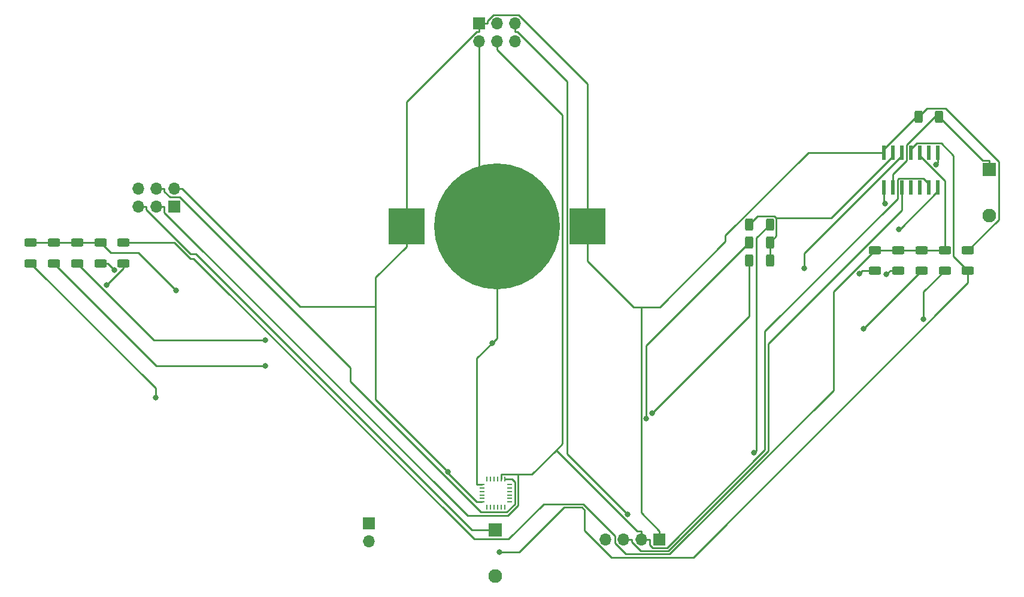
<source format=gbr>
%TF.GenerationSoftware,KiCad,Pcbnew,7.99.0-1211-g2ac3f4cc9e*%
%TF.CreationDate,Date%
%TF.ProjectId,adidas,61646964-6173-42e6-9b69-6361645f7063,v0.3*%
%TF.SameCoordinates,Original*%
%TF.FileFunction,Copper,L2,Bot*%
%TF.FilePolarity,Positive*%
%FSLAX46Y46*%
G04 Gerber Fmt 4.6, Leading zero omitted, Abs format (unit mm)*
G04 Created by KiCad*
%MOMM*%
%LPD*%
G01*
G04 APERTURE LIST*
G04 Aperture macros list*
%AMRoundRect*
0 Rectangle with rounded corners*
0 $1 Rounding radius*
0 $2 $3 $4 $5 $6 $7 $8 $9 X,Y pos of 4 corners*
0 Add a 4 corners polygon primitive as box body*
4,1,4,$2,$3,$4,$5,$6,$7,$8,$9,$2,$3,0*
0 Add four circle primitives for the rounded corners*
1,1,$1+$1,$2,$3*
1,1,$1+$1,$4,$5*
1,1,$1+$1,$6,$7*
1,1,$1+$1,$8,$9*
0 Add four rect primitives between the rounded corners*
20,1,$1+$1,$2,$3,$4,$5,0*
20,1,$1+$1,$4,$5,$6,$7,0*
20,1,$1+$1,$6,$7,$8,$9,0*
20,1,$1+$1,$8,$9,$2,$3,0*%
G04 Aperture macros list end*
%TA.AperFunction,SMDPad,CuDef*%
%ADD10RoundRect,0.250000X-0.625000X0.312500X-0.625000X-0.312500X0.625000X-0.312500X0.625000X0.312500X0*%
%TD*%
%TA.AperFunction,SMDPad,CuDef*%
%ADD11RoundRect,0.250000X-0.312500X-0.625000X0.312500X-0.625000X0.312500X0.625000X-0.312500X0.625000X0*%
%TD*%
%TA.AperFunction,ComponentPad*%
%ADD12R,1.700000X1.700000*%
%TD*%
%TA.AperFunction,ComponentPad*%
%ADD13O,1.700000X1.700000*%
%TD*%
%TA.AperFunction,SMDPad,CuDef*%
%ADD14RoundRect,0.250000X0.312500X0.625000X-0.312500X0.625000X-0.312500X-0.625000X0.312500X-0.625000X0*%
%TD*%
%TA.AperFunction,ComponentPad*%
%ADD15R,1.950000X1.950000*%
%TD*%
%TA.AperFunction,ComponentPad*%
%ADD16C,1.950000*%
%TD*%
%TA.AperFunction,SMDPad,CuDef*%
%ADD17RoundRect,0.041300X-0.253700X0.943700X-0.253700X-0.943700X0.253700X-0.943700X0.253700X0.943700X0*%
%TD*%
%TA.AperFunction,SMDPad,CuDef*%
%ADD18R,5.100000X5.100000*%
%TD*%
%TA.AperFunction,SMDPad,CuDef*%
%ADD19C,17.800000*%
%TD*%
%TA.AperFunction,SMDPad,CuDef*%
%ADD20R,0.790000X0.260000*%
%TD*%
%TA.AperFunction,SMDPad,CuDef*%
%ADD21R,0.260000X0.790000*%
%TD*%
%TA.AperFunction,ViaPad*%
%ADD22C,0.800000*%
%TD*%
%TA.AperFunction,Conductor*%
%ADD23C,0.250000*%
%TD*%
G04 APERTURE END LIST*
D10*
%TO.P,R5,1*%
%TO.N,/3(LED Mid Row)*%
X102350000Y-93980000D03*
%TO.P,R5,2*%
%TO.N,Net-(D5-Pad2)*%
X102350000Y-96905000D03*
%TD*%
%TO.P,R4,1*%
%TO.N,/3(LED Mid Row)*%
X99060000Y-93980000D03*
%TO.P,R4,2*%
%TO.N,Net-(D4-Pad2)*%
X99060000Y-96905000D03*
%TD*%
%TO.P,R9,1*%
%TO.N,/5(LED Top Row)*%
X218440000Y-95057500D03*
%TO.P,R9,2*%
%TO.N,Net-(D9-Pad2)*%
X218440000Y-97982500D03*
%TD*%
%TO.P,R12,1*%
%TO.N,/5(LED Top Row)*%
X228310000Y-95057500D03*
%TO.P,R12,2*%
%TO.N,Net-(D12-Pad2)*%
X228310000Y-97982500D03*
%TD*%
%TO.P,R13,1*%
%TO.N,VDD*%
X231600000Y-95057500D03*
%TO.P,R13,2*%
%TO.N,/4(RST)*%
X231600000Y-97982500D03*
%TD*%
D11*
%TO.P,R3,1*%
%TO.N,/2(LED Bottom Row)*%
X200660000Y-91440000D03*
%TO.P,R3,2*%
%TO.N,Net-(D3-Pad2)*%
X203585000Y-91440000D03*
%TD*%
D10*
%TO.P,R10,1*%
%TO.N,/5(LED Top Row)*%
X221730000Y-95057500D03*
%TO.P,R10,2*%
%TO.N,Net-(D10-Pad2)*%
X221730000Y-97982500D03*
%TD*%
D12*
%TO.P,J2,1,Pin_1*%
%TO.N,VDD*%
X162483800Y-63017400D03*
D13*
%TO.P,J2,2,Pin_2*%
%TO.N,GND*%
X162483800Y-65557400D03*
%TO.P,J2,3,Pin_3*%
%TO.N,/7(SDA)*%
X165023800Y-63017400D03*
%TO.P,J2,4,Pin_4*%
%TO.N,/9(SCK)*%
X165023800Y-65557400D03*
%TO.P,J2,5,Pin_5*%
%TO.N,/12(SAO2)*%
X167563800Y-63017400D03*
%TO.P,J2,6,Pin_6*%
%TO.N,/13(SAO1)*%
X167563800Y-65557400D03*
%TD*%
D10*
%TO.P,R8,1*%
%TO.N,/5(LED Top Row)*%
X112220000Y-93980000D03*
%TO.P,R8,2*%
%TO.N,Net-(D8-Pad2)*%
X112220000Y-96905000D03*
%TD*%
%TO.P,R6,1*%
%TO.N,/3(LED Mid Row)*%
X105640000Y-93980000D03*
%TO.P,R6,2*%
%TO.N,Net-(D6-Pad2)*%
X105640000Y-96905000D03*
%TD*%
D14*
%TO.P,R14,1*%
%TO.N,/13(SAO1)*%
X227522500Y-76200000D03*
%TO.P,R14,2*%
%TO.N,VDD*%
X224597500Y-76200000D03*
%TD*%
D12*
%TO.P,J4,1,Pin_1*%
%TO.N,VDD*%
X146887800Y-133725600D03*
D13*
%TO.P,J4,2,Pin_2*%
%TO.N,GND*%
X146887800Y-136265600D03*
%TD*%
D10*
%TO.P,R11,1*%
%TO.N,/5(LED Top Row)*%
X225020000Y-95057500D03*
%TO.P,R11,2*%
%TO.N,Net-(D11-Pad2)*%
X225020000Y-97982500D03*
%TD*%
D15*
%TO.P,S2,1*%
%TO.N,/13(SAO1)*%
X234619800Y-83674100D03*
D16*
%TO.P,S2,2*%
%TO.N,GND*%
X234619800Y-90174100D03*
%TD*%
D14*
%TO.P,R2,1*%
%TO.N,/2(LED Bottom Row)*%
X203585000Y-93980000D03*
%TO.P,R2,2*%
%TO.N,Net-(D2-Pad2)*%
X200660000Y-93980000D03*
%TD*%
D10*
%TO.P,R7,1*%
%TO.N,/3(LED Mid Row)*%
X108930000Y-93980000D03*
%TO.P,R7,2*%
%TO.N,Net-(D7-Pad2)*%
X108930000Y-96905000D03*
%TD*%
D15*
%TO.P,S1,1*%
%TO.N,/4(RST)*%
X164769800Y-134620000D03*
D16*
%TO.P,S1,2*%
%TO.N,GND*%
X164769800Y-141120000D03*
%TD*%
D17*
%TO.P,U2,1,VCC*%
%TO.N,VDD*%
X219710000Y-81280000D03*
%TO.P,U2,2,PB0*%
%TO.N,/2(LED Bottom Row)*%
X220980000Y-81280000D03*
%TO.P,U2,3,PB1*%
%TO.N,/3(LED Mid Row)*%
X222250000Y-81280000D03*
%TO.P,U2,4,PB3*%
%TO.N,/4(RST)*%
X223520000Y-81280000D03*
%TO.P,U2,5,PB2*%
%TO.N,/5(LED Top Row)*%
X224790000Y-81280000D03*
%TO.P,U2,6,PA7*%
%TO.N,unconnected-(U2-PA7-Pad6)*%
X226060000Y-81280000D03*
%TO.P,U2,7,PA6*%
%TO.N,/7(SDA)*%
X227330000Y-81280000D03*
%TO.P,U2,8,PA5*%
%TO.N,/8(MOSI)*%
X227330000Y-86220000D03*
%TO.P,U2,9,PA4*%
%TO.N,/9(SCK)*%
X226060000Y-86220000D03*
%TO.P,U2,10,PA3*%
%TO.N,unconnected-(U2-PA3-Pad10)*%
X224790000Y-86220000D03*
%TO.P,U2,11,PA2*%
%TO.N,unconnected-(U2-PA2-Pad11)*%
X223520000Y-86220000D03*
%TO.P,U2,12,PA1*%
%TO.N,/12(SAO2)*%
X222250000Y-86220000D03*
%TO.P,U2,13,PA0*%
%TO.N,/13(SAO1)*%
X220980000Y-86220000D03*
%TO.P,U2,14,GND*%
%TO.N,GND*%
X219710000Y-86220000D03*
%TD*%
D18*
%TO.P,BT1,1,+*%
%TO.N,VDD*%
X152198400Y-91668600D03*
X177798400Y-91668600D03*
D19*
%TO.P,BT1,2,-*%
%TO.N,GND*%
X164998400Y-91668600D03*
%TD*%
D14*
%TO.P,R1,1*%
%TO.N,/2(LED Bottom Row)*%
X203585000Y-96520000D03*
%TO.P,R1,2*%
%TO.N,Net-(D1-Pad2)*%
X200660000Y-96520000D03*
%TD*%
D12*
%TO.P,J1,1,Pin_1*%
%TO.N,/8(MOSI)*%
X119339600Y-88930400D03*
D13*
%TO.P,J1,2,Pin_2*%
%TO.N,VDD*%
X119339600Y-86390400D03*
%TO.P,J1,3,Pin_3*%
%TO.N,/9(SCK)*%
X116799600Y-88930400D03*
%TO.P,J1,4,Pin_4*%
%TO.N,/7(SDA)*%
X116799600Y-86390400D03*
%TO.P,J1,5,Pin_5*%
%TO.N,/4(RST)*%
X114259600Y-88930400D03*
%TO.P,J1,6,Pin_6*%
%TO.N,GND*%
X114259600Y-86390400D03*
%TD*%
D12*
%TO.P,J3,1,Pin_1*%
%TO.N,VDD*%
X187985400Y-135966200D03*
D13*
%TO.P,J3,2,Pin_2*%
%TO.N,/9(SCK)*%
X185445400Y-135966200D03*
%TO.P,J3,3,Pin_3*%
%TO.N,/12(SAO2)*%
X182905400Y-135966200D03*
%TO.P,J3,4,Pin_4*%
%TO.N,GND*%
X180365400Y-135966200D03*
%TD*%
D20*
%TO.P,U1,1,CLKIN*%
%TO.N,unconnected-(U1-CLKIN-Pad1)*%
X166796000Y-128177200D03*
%TO.P,U1,2*%
%TO.N,N/C*%
X166796000Y-128677200D03*
%TO.P,U1,3*%
X166796000Y-129177200D03*
%TO.P,U1,4*%
X166796000Y-129677200D03*
%TO.P,U1,5*%
X166796000Y-130177200D03*
%TO.P,U1,6,AUX_DA*%
%TO.N,unconnected-(U1-AUX_DA-Pad6)*%
X166796000Y-130677200D03*
D21*
%TO.P,U1,7,AUX_CL*%
%TO.N,unconnected-(U1-AUX_CL-Pad7)*%
X166076000Y-131397200D03*
%TO.P,U1,8,VLOGIC*%
%TO.N,unconnected-(U1-VLOGIC-Pad8)*%
X165576000Y-131397200D03*
%TO.P,U1,9,AD0*%
%TO.N,unconnected-(U1-AD0-Pad9)*%
X165076000Y-131397200D03*
%TO.P,U1,10,REGOUT*%
%TO.N,unconnected-(U1-REGOUT-Pad10)*%
X164576000Y-131397200D03*
%TO.P,U1,11,FSYNC*%
%TO.N,unconnected-(U1-FSYNC-Pad11)*%
X164076000Y-131397200D03*
%TO.P,U1,12,INT*%
%TO.N,unconnected-(U1-INT-Pad12)*%
X163576000Y-131397200D03*
D20*
%TO.P,U1,13,VDD*%
%TO.N,VDD*%
X162856000Y-130677200D03*
%TO.P,U1,14*%
%TO.N,N/C*%
X162856000Y-130177200D03*
%TO.P,U1,15*%
X162856000Y-129677200D03*
%TO.P,U1,16*%
X162856000Y-129177200D03*
%TO.P,U1,17*%
X162856000Y-128677200D03*
%TO.P,U1,18,GND*%
%TO.N,GND*%
X162856000Y-128177200D03*
D21*
%TO.P,U1,19,RESV@1*%
%TO.N,unconnected-(U1-RESV@1-Pad19)*%
X163576000Y-127457200D03*
%TO.P,U1,20,CPOUT*%
%TO.N,unconnected-(U1-CPOUT-Pad20)*%
X164076000Y-127457200D03*
%TO.P,U1,21,RESV@2*%
%TO.N,unconnected-(U1-RESV@2-Pad21)*%
X164576000Y-127457200D03*
%TO.P,U1,22,RESV*%
%TO.N,unconnected-(U1-RESV-Pad22)*%
X165076000Y-127457200D03*
%TO.P,U1,23,SCL*%
%TO.N,/9(SCK)*%
X165576000Y-127457200D03*
%TO.P,U1,24,SDA*%
%TO.N,/7(SDA)*%
X166076000Y-127457200D03*
%TD*%
D22*
%TO.N,GND*%
X219901600Y-88454800D03*
X164300000Y-108192100D03*
%TO.N,Net-(D1-Pad2)*%
X186961200Y-118091200D03*
%TO.N,Net-(D2-Pad2)*%
X186104200Y-118865400D03*
%TO.N,Net-(D3-Pad2)*%
X201374200Y-123728900D03*
%TO.N,Net-(D4-Pad2)*%
X116730100Y-115907500D03*
%TO.N,Net-(D5-Pad2)*%
X132247500Y-111397900D03*
%TO.N,Net-(D6-Pad2)*%
X132261700Y-107771100D03*
%TO.N,Net-(D7-Pad2)*%
X110948800Y-97842300D03*
%TO.N,Net-(D8-Pad2)*%
X109794900Y-100030000D03*
%TO.N,Net-(D9-Pad2)*%
X216208800Y-98393600D03*
%TO.N,Net-(D10-Pad2)*%
X220085000Y-98509200D03*
%TO.N,Net-(D11-Pad2)*%
X216830500Y-106172000D03*
%TO.N,Net-(D12-Pad2)*%
X225329400Y-104829800D03*
%TO.N,/8(MOSI)*%
X221795500Y-92101600D03*
%TO.N,VDD*%
X158066600Y-126401200D03*
%TO.N,/7(SDA)*%
X227059800Y-82938400D03*
%TO.N,/4(RST)*%
X165385700Y-137729500D03*
%TO.N,/12(SAO2)*%
X183485900Y-132427700D03*
%TO.N,/3(LED Mid Row)*%
X208447800Y-97663100D03*
X119616600Y-100751500D03*
%TD*%
D23*
%TO.N,GND*%
X164300000Y-108192100D02*
X164998400Y-107493700D01*
X162134300Y-128177200D02*
X162134300Y-110357800D01*
X162134300Y-110357800D02*
X164300000Y-108192100D01*
X162856000Y-128177200D02*
X162134300Y-128177200D01*
X164998400Y-107493700D02*
X164998400Y-91668600D01*
X219710000Y-86220000D02*
X219710000Y-88263200D01*
X219710000Y-88263200D02*
X219901600Y-88454800D01*
X164998400Y-91668600D02*
X162483800Y-89154000D01*
X162483800Y-65557400D02*
X162483800Y-66734100D01*
X162483800Y-89154000D02*
X162483800Y-66734100D01*
%TO.N,Net-(D1-Pad2)*%
X200660000Y-104392400D02*
X186961200Y-118091200D01*
X200660000Y-96520000D02*
X200660000Y-104392400D01*
%TO.N,Net-(D2-Pad2)*%
X186104200Y-108535800D02*
X186104200Y-118865400D01*
X200660000Y-93980000D02*
X186104200Y-108535800D01*
%TO.N,Net-(D3-Pad2)*%
X201694900Y-93330100D02*
X201694900Y-123408200D01*
X203585000Y-91440000D02*
X201694900Y-93330100D01*
X201694900Y-123408200D02*
X201374200Y-123728900D01*
%TO.N,Net-(D4-Pad2)*%
X99060000Y-96905000D02*
X116730100Y-114575100D01*
X116730100Y-114575100D02*
X116730100Y-115907500D01*
%TO.N,Net-(D5-Pad2)*%
X116842900Y-111397900D02*
X132247500Y-111397900D01*
X102350000Y-96905000D02*
X116842900Y-111397900D01*
%TO.N,Net-(D6-Pad2)*%
X132261700Y-107771100D02*
X116506100Y-107771100D01*
X116506100Y-107771100D02*
X105640000Y-96905000D01*
%TO.N,Net-(D7-Pad2)*%
X110011500Y-96905000D02*
X110948800Y-97842300D01*
X108930000Y-96905000D02*
X110011500Y-96905000D01*
%TO.N,Net-(D8-Pad2)*%
X112220000Y-97604900D02*
X109794900Y-100030000D01*
X112220000Y-96905000D02*
X112220000Y-97604900D01*
%TO.N,Net-(D9-Pad2)*%
X216619900Y-97982500D02*
X216208800Y-98393600D01*
X218440000Y-97982500D02*
X216619900Y-97982500D01*
%TO.N,Net-(D10-Pad2)*%
X220611700Y-97982500D02*
X220085000Y-98509200D01*
X221730000Y-97982500D02*
X220611700Y-97982500D01*
%TO.N,Net-(D11-Pad2)*%
X225020000Y-97982500D02*
X216830500Y-106172000D01*
%TO.N,Net-(D12-Pad2)*%
X225329400Y-100963100D02*
X225329400Y-104829800D01*
X228310000Y-97982500D02*
X225329400Y-100963100D01*
%TO.N,/8(MOSI)*%
X227330000Y-86220000D02*
X227330000Y-86730500D01*
X227330000Y-86730500D02*
X221958900Y-92101600D01*
X221958900Y-92101600D02*
X221795500Y-92101600D01*
%TO.N,VDD*%
X162856000Y-130677200D02*
X162134300Y-130677200D01*
X219710000Y-81280000D02*
X219710000Y-80801900D01*
X209003200Y-81280000D02*
X219710000Y-81280000D01*
X184309300Y-103111600D02*
X177798400Y-96600700D01*
X228386800Y-74991500D02*
X235921500Y-82526200D01*
X158066600Y-126401200D02*
X147820000Y-116154600D01*
X147820000Y-98923700D02*
X152198400Y-94545300D01*
X162116100Y-64194100D02*
X162483800Y-64194100D01*
X177798400Y-71528100D02*
X177798400Y-91668600D01*
X185374900Y-103111600D02*
X188006200Y-103111600D01*
X147820000Y-103061700D02*
X147820000Y-98923700D01*
X119339600Y-86390400D02*
X120516300Y-86390400D01*
X185374900Y-103111600D02*
X184309300Y-103111600D01*
X162134300Y-130677200D02*
X158066600Y-126609500D01*
X224597500Y-76200000D02*
X225806000Y-74991500D01*
X152198400Y-91704600D02*
X152198400Y-91668600D01*
X177798400Y-96600700D02*
X177798400Y-91668600D01*
X120516300Y-86390400D02*
X137187600Y-103061700D01*
X163660500Y-62649700D02*
X164513700Y-61796500D01*
X168066800Y-61796500D02*
X177798400Y-71528100D01*
X163660500Y-63017400D02*
X163660500Y-62649700D01*
X235921500Y-82526200D02*
X235921500Y-90736000D01*
X152198400Y-91668600D02*
X152198400Y-74111800D01*
X164513700Y-61796500D02*
X168066800Y-61796500D01*
X152198400Y-91704600D02*
X152198400Y-94545300D01*
X224311900Y-76200000D02*
X224597500Y-76200000D01*
X225806000Y-74991500D02*
X228386800Y-74991500D01*
X187985400Y-134789500D02*
X185374900Y-132179000D01*
X158066600Y-126609500D02*
X158066600Y-126401200D01*
X197287100Y-93830700D02*
X197287100Y-92996100D01*
X188006200Y-103111600D02*
X197287100Y-93830700D01*
X187985400Y-135966200D02*
X187985400Y-134789500D01*
X185374900Y-132179000D02*
X185374900Y-103111600D01*
X219710000Y-80801900D02*
X224311900Y-76200000D01*
X197287100Y-92996100D02*
X209003200Y-81280000D01*
X152198400Y-74111800D02*
X162116100Y-64194100D01*
X162483800Y-63017400D02*
X162483800Y-64194100D01*
X235921500Y-90736000D02*
X231600000Y-95057500D01*
X147820000Y-116154600D02*
X147820000Y-103061700D01*
X162483800Y-63017400D02*
X163660500Y-63017400D01*
X137187600Y-103061700D02*
X147820000Y-103061700D01*
%TO.N,/9(SCK)*%
X189028500Y-137142900D02*
X186989800Y-137142900D01*
X173359500Y-123328900D02*
X184820100Y-134789500D01*
X221613600Y-87798800D02*
X202888900Y-106523500D01*
X174273600Y-122414800D02*
X173359500Y-123328900D01*
X160864900Y-132628000D02*
X117976300Y-89739400D01*
X169952900Y-126735500D02*
X168011900Y-126735500D01*
X165023800Y-66734100D02*
X174273600Y-75983900D01*
X221793100Y-84905400D02*
X221613600Y-85084900D01*
X185445400Y-135966200D02*
X186622100Y-135966200D01*
X174273600Y-75983900D02*
X174273600Y-122414800D01*
X186989800Y-137142900D02*
X186622100Y-136775200D01*
X117976300Y-89739400D02*
X117976300Y-88930400D01*
X166542000Y-132628000D02*
X160864900Y-132628000D01*
X165023800Y-65557400D02*
X165023800Y-66734100D01*
X202888900Y-106523500D02*
X202888900Y-123282500D01*
X225271200Y-84905400D02*
X221793100Y-84905400D01*
X226060000Y-85694200D02*
X225271200Y-84905400D01*
X168011900Y-131158100D02*
X166542000Y-132628000D01*
X165576000Y-126735500D02*
X168011900Y-126735500D01*
X226060000Y-86220000D02*
X226060000Y-85694200D01*
X186622100Y-136775200D02*
X186622100Y-135966200D01*
X185445400Y-135966200D02*
X185445400Y-134789500D01*
X165576000Y-127457200D02*
X165576000Y-126735500D01*
X221613600Y-85084900D02*
X221613600Y-87798800D01*
X168011900Y-126735500D02*
X168011900Y-131158100D01*
X202888900Y-123282500D02*
X189028500Y-137142900D01*
X184820100Y-134789500D02*
X185445400Y-134789500D01*
X173359500Y-123328900D02*
X169952900Y-126735500D01*
X116799600Y-88930400D02*
X117976300Y-88930400D01*
%TO.N,/7(SDA)*%
X162755600Y-132120400D02*
X144296900Y-113661700D01*
X118785200Y-87567100D02*
X117976300Y-86758200D01*
X120163900Y-87567100D02*
X118785200Y-87567100D01*
X167531600Y-127848400D02*
X167531600Y-130968200D01*
X144296900Y-111700100D02*
X120163900Y-87567100D01*
X167140400Y-127457200D02*
X167531600Y-127848400D01*
X166379400Y-132120400D02*
X162755600Y-132120400D01*
X167531600Y-130968200D02*
X166379400Y-132120400D01*
X227330000Y-81280000D02*
X227330000Y-82668200D01*
X166076000Y-127457200D02*
X167140400Y-127457200D01*
X227330000Y-82668200D02*
X227059800Y-82938400D01*
X116799600Y-86390400D02*
X117976300Y-86390400D01*
X144296900Y-113661700D02*
X144296900Y-111700100D01*
X117976300Y-86758200D02*
X117976300Y-86390400D01*
%TO.N,/4(RST)*%
X115436300Y-88930400D02*
X115436300Y-89299600D01*
X114259600Y-88930400D02*
X115436300Y-88930400D01*
X181189200Y-138499200D02*
X192792600Y-138499200D01*
X229539900Y-81706200D02*
X227798600Y-79964900D01*
X165385700Y-137729500D02*
X168160600Y-137729500D01*
X121702900Y-95566200D02*
X122396200Y-95566200D01*
X192792600Y-138499200D02*
X231600000Y-99691800D01*
X223520000Y-80784800D02*
X223520000Y-81280000D01*
X177031700Y-131434400D02*
X177388700Y-131791400D01*
X231600000Y-99691800D02*
X231600000Y-97982500D01*
X168160600Y-137729500D02*
X174455700Y-131434400D01*
X224339900Y-79964900D02*
X223520000Y-80784800D01*
X115436300Y-89299600D02*
X121702900Y-95566200D01*
X231600000Y-97982500D02*
X229539900Y-95922400D01*
X229539900Y-95922400D02*
X229539900Y-81706200D01*
X177388700Y-131791400D02*
X177388700Y-134698700D01*
X122396200Y-95566200D02*
X161450000Y-134620000D01*
X161450000Y-134620000D02*
X164769800Y-134620000D01*
X174455700Y-131434400D02*
X177031700Y-131434400D01*
X227798600Y-79964900D02*
X224339900Y-79964900D01*
X177388700Y-134698700D02*
X181189200Y-138499200D01*
%TO.N,/12(SAO2)*%
X174921700Y-71184300D02*
X167931500Y-64194100D01*
X174921700Y-123863500D02*
X174921700Y-71184300D01*
X167563800Y-63017400D02*
X167563800Y-64194100D01*
X184082100Y-136334000D02*
X185343900Y-137595800D01*
X182905400Y-135966200D02*
X184082100Y-135966200D01*
X184082100Y-135966200D02*
X184082100Y-136334000D01*
X183485900Y-132427700D02*
X174921700Y-123863500D01*
X189216700Y-137595800D02*
X203376300Y-123436200D01*
X222250000Y-89448100D02*
X222250000Y-86220000D01*
X203376300Y-123436200D02*
X203376300Y-108321800D01*
X203376300Y-108321800D02*
X222250000Y-89448100D01*
X185343900Y-137595800D02*
X189216700Y-137595800D01*
X167931500Y-64194100D02*
X167563800Y-64194100D01*
%TO.N,/13(SAO1)*%
X227522500Y-76200000D02*
X226879100Y-76200000D01*
X222885000Y-82385900D02*
X220980000Y-84290900D01*
X220980000Y-84290900D02*
X220980000Y-86220000D01*
X234619800Y-82372400D02*
X233694900Y-82372400D01*
X226879100Y-76200000D02*
X222885000Y-80194100D01*
X234619800Y-83674100D02*
X234619800Y-82372400D01*
X222885000Y-80194100D02*
X222885000Y-82385900D01*
X233694900Y-82372400D02*
X227522500Y-76200000D01*
%TO.N,/2(LED Bottom Row)*%
X204500400Y-93064600D02*
X203585000Y-93980000D01*
X220980000Y-81280000D02*
X220980000Y-81768900D01*
X203585000Y-93980000D02*
X203585000Y-96520000D01*
X204500400Y-90530700D02*
X204500400Y-93064600D01*
X220980000Y-81768900D02*
X212218200Y-90530700D01*
X204189900Y-90220200D02*
X201879800Y-90220200D01*
X201879800Y-90220200D02*
X200660000Y-91440000D01*
X212218200Y-90530700D02*
X204500400Y-90530700D01*
X204500400Y-90530700D02*
X204189900Y-90220200D01*
%TO.N,/3(LED Mid Row)*%
X99060000Y-93980000D02*
X102350000Y-93980000D01*
X108930000Y-93980000D02*
X105640000Y-93980000D01*
X119616600Y-100751500D02*
X114315100Y-95450000D01*
X114315100Y-95450000D02*
X110400000Y-95450000D01*
X208447800Y-95530300D02*
X208447800Y-97663100D01*
X222250000Y-81280000D02*
X222250000Y-81728100D01*
X105640000Y-93980000D02*
X102350000Y-93980000D01*
X110400000Y-95450000D02*
X108930000Y-93980000D01*
X222250000Y-81728100D02*
X208447800Y-95530300D01*
%TO.N,/5(LED Top Row)*%
X122116400Y-96243000D02*
X161795100Y-135921700D01*
X181721800Y-136513200D02*
X183256100Y-138047500D01*
X189403800Y-138047500D02*
X212581100Y-114870200D01*
X228310000Y-95057500D02*
X225020000Y-95057500D01*
X225020000Y-95057500D02*
X221730000Y-95057500D01*
X212581100Y-114870200D02*
X212581100Y-100916300D01*
X112220000Y-93980000D02*
X119401600Y-93980000D01*
X212581200Y-100916300D02*
X218440000Y-95057500D01*
X177245400Y-130971600D02*
X181721800Y-135448000D01*
X228310000Y-85266200D02*
X228310000Y-95057500D01*
X212581100Y-100916300D02*
X212581200Y-100916300D01*
X161795100Y-135921700D02*
X166636500Y-135921700D01*
X171586600Y-130971600D02*
X177245400Y-130971600D01*
X224790000Y-81746200D02*
X228310000Y-85266200D01*
X183256100Y-138047500D02*
X189403800Y-138047500D01*
X224790000Y-81280000D02*
X224790000Y-81746200D01*
X119401600Y-93980000D02*
X121664600Y-96243000D01*
X221730000Y-95057500D02*
X218440000Y-95057500D01*
X121664600Y-96243000D02*
X122116400Y-96243000D01*
X166636500Y-135921700D02*
X171586600Y-130971600D01*
X181721800Y-135448000D02*
X181721800Y-136513200D01*
%TD*%
M02*

</source>
